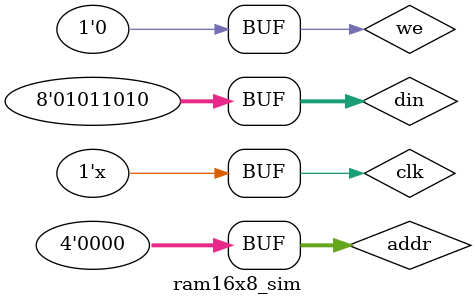
<source format=v>
`timescale 1ns / 1ps


module ram16x8_sim(    );
        //input
    reg clk = 0;
    reg we = 0;
    reg [3:0] addr = 4'b0000;
    reg [7:0] din = 8'h00;
    
    //output
    wire [7:0] dout;
    
    //instantiate the Unit under test
    ram16x8 ut(
        .clk(clk),
        .we(we),
        .addr(addr),
        .datain(din),
        .dataout(dout)
        );
    
    initial begin
        #100  begin we = 1; addr = 4'b0011; din = 8'b10101010; end;
        #110  begin addr = 4'b0100; din = 8'b01010101; end;
        #120  begin addr = 4'b0101; din = 8'b10100101; end;
        #130  begin addr = 4'b0110; din = 8'b01011010; end;
        #140  begin we = 0;addr = 4'b0011; end;
        #160  addr = 4'b0100;
        #180  addr = 4'b0101; 
        #200  addr = 4'b0110; 
        #220  addr = 4'b0000; 
    end
    
    always  #5  clk = ~clk;        
endmodule

</source>
